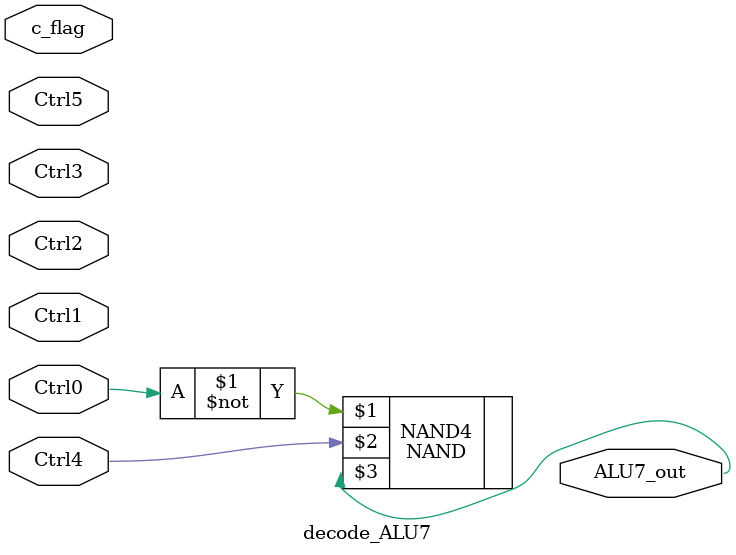
<source format=v>
module decode_ALU7(Ctrl0,Ctrl1,Ctrl2,Ctrl3,Ctrl4,Ctrl5,c_flag,ALU7_out);
    input Ctrl0,Ctrl1,Ctrl2,Ctrl3,Ctrl4,Ctrl5,c_flag;
    output ALU7_out;
    NAND NAND4(~Ctrl0,Ctrl4,ALU7_out);
endmodule
</source>
